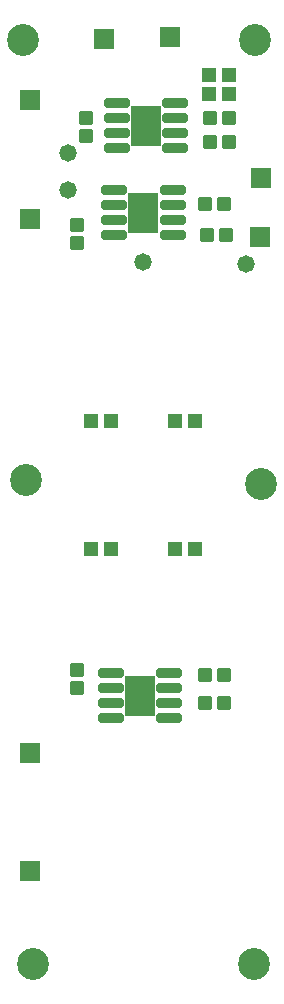
<source format=gbr>
%TF.GenerationSoftware,Altium Limited,Altium Designer,20.0.13 (296)*%
G04 Layer_Color=8388736*
%FSLAX45Y45*%
%MOMM*%
%TF.FileFunction,Soldermask,Top*%
%TF.Part,Single*%
G01*
G75*
%TA.AperFunction,ComponentPad*%
%ADD20R,1.70320X1.70320*%
%ADD21R,1.70320X1.70320*%
%TA.AperFunction,ViaPad*%
%ADD22C,2.70320*%
%ADD23C,1.47320*%
%TA.AperFunction,SMDPad,CuDef*%
%ADD31R,1.30320X1.20320*%
%ADD32R,2.61620X3.50520*%
G04:AMPARAMS|DCode=33|XSize=2.1732mm|YSize=0.8032mm|CornerRadius=0.1766mm|HoleSize=0mm|Usage=FLASHONLY|Rotation=0.000|XOffset=0mm|YOffset=0mm|HoleType=Round|Shape=RoundedRectangle|*
%AMROUNDEDRECTD33*
21,1,2.17320,0.45000,0,0,0.0*
21,1,1.82000,0.80320,0,0,0.0*
1,1,0.35320,0.91000,-0.22500*
1,1,0.35320,-0.91000,-0.22500*
1,1,0.35320,-0.91000,0.22500*
1,1,0.35320,0.91000,0.22500*
%
%ADD33ROUNDEDRECTD33*%
G04:AMPARAMS|DCode=34|XSize=1.1432mm|YSize=1.2232mm|CornerRadius=0.1956mm|HoleSize=0mm|Usage=FLASHONLY|Rotation=0.000|XOffset=0mm|YOffset=0mm|HoleType=Round|Shape=RoundedRectangle|*
%AMROUNDEDRECTD34*
21,1,1.14320,0.83200,0,0,0.0*
21,1,0.75200,1.22320,0,0,0.0*
1,1,0.39120,0.37600,-0.41600*
1,1,0.39120,-0.37600,-0.41600*
1,1,0.39120,-0.37600,0.41600*
1,1,0.39120,0.37600,0.41600*
%
%ADD34ROUNDEDRECTD34*%
G04:AMPARAMS|DCode=35|XSize=1.1432mm|YSize=1.2232mm|CornerRadius=0.1956mm|HoleSize=0mm|Usage=FLASHONLY|Rotation=90.000|XOffset=0mm|YOffset=0mm|HoleType=Round|Shape=RoundedRectangle|*
%AMROUNDEDRECTD35*
21,1,1.14320,0.83200,0,0,90.0*
21,1,0.75200,1.22320,0,0,90.0*
1,1,0.39120,0.41600,0.37600*
1,1,0.39120,0.41600,-0.37600*
1,1,0.39120,-0.41600,-0.37600*
1,1,0.39120,-0.41600,0.37600*
%
%ADD35ROUNDEDRECTD35*%
D20*
X14833600Y12458700D02*
D03*
X14274800Y12446000D02*
D03*
X15608299Y11264900D02*
D03*
X15595599Y10769600D02*
D03*
D21*
X13652499Y10922000D02*
D03*
Y5400878D02*
D03*
Y11925300D02*
D03*
Y6400876D02*
D03*
D22*
X15557500Y12433300D02*
D03*
X15544800Y4610100D02*
D03*
X13677901D02*
D03*
X13589000Y12433300D02*
D03*
X13614400Y8705200D02*
D03*
X15608299Y8674100D02*
D03*
D23*
X15481300Y10541000D02*
D03*
X14605000Y10553700D02*
D03*
X13970000Y11480800D02*
D03*
Y11163300D02*
D03*
D31*
X15337698Y11976100D02*
D03*
X15167702D02*
D03*
X15337698Y12141200D02*
D03*
X15167702D02*
D03*
X15045599Y9207500D02*
D03*
X14875601D02*
D03*
X15045599Y8128000D02*
D03*
X14875601D02*
D03*
X14334399Y9207500D02*
D03*
X14164401D02*
D03*
X14334399Y8128000D02*
D03*
X14164401D02*
D03*
D32*
X14630400Y11709400D02*
D03*
X14579605Y6883400D02*
D03*
X14611198Y10972800D02*
D03*
D33*
X14877898Y11899900D02*
D03*
Y11772900D02*
D03*
Y11645900D02*
D03*
Y11518900D02*
D03*
X14382903D02*
D03*
Y11645900D02*
D03*
Y11772900D02*
D03*
Y11899900D02*
D03*
X14827103Y7073900D02*
D03*
Y6946900D02*
D03*
Y6819900D02*
D03*
Y6692900D02*
D03*
X14332108D02*
D03*
Y6819900D02*
D03*
Y6946900D02*
D03*
Y7073900D02*
D03*
X14858694Y11163300D02*
D03*
Y11036300D02*
D03*
Y10909300D02*
D03*
Y10782300D02*
D03*
X14363699D02*
D03*
Y10909300D02*
D03*
Y11036300D02*
D03*
Y11163300D02*
D03*
D34*
X15173701Y11772900D02*
D03*
X15331699D02*
D03*
X15173701Y11569700D02*
D03*
X15331699D02*
D03*
X15135600Y7061200D02*
D03*
X15293599D02*
D03*
X15135600Y6819900D02*
D03*
X15293599D02*
D03*
X15148302Y10782300D02*
D03*
X15306299D02*
D03*
X15135600Y11049000D02*
D03*
X15293599D02*
D03*
D35*
X14122400Y11617701D02*
D03*
Y11775699D02*
D03*
X14046201Y7102099D02*
D03*
Y6944101D02*
D03*
Y10713202D02*
D03*
Y10871200D02*
D03*
%TF.MD5,3ec65b5c09f66d3c1715fa6fc71ab782*%
M02*

</source>
